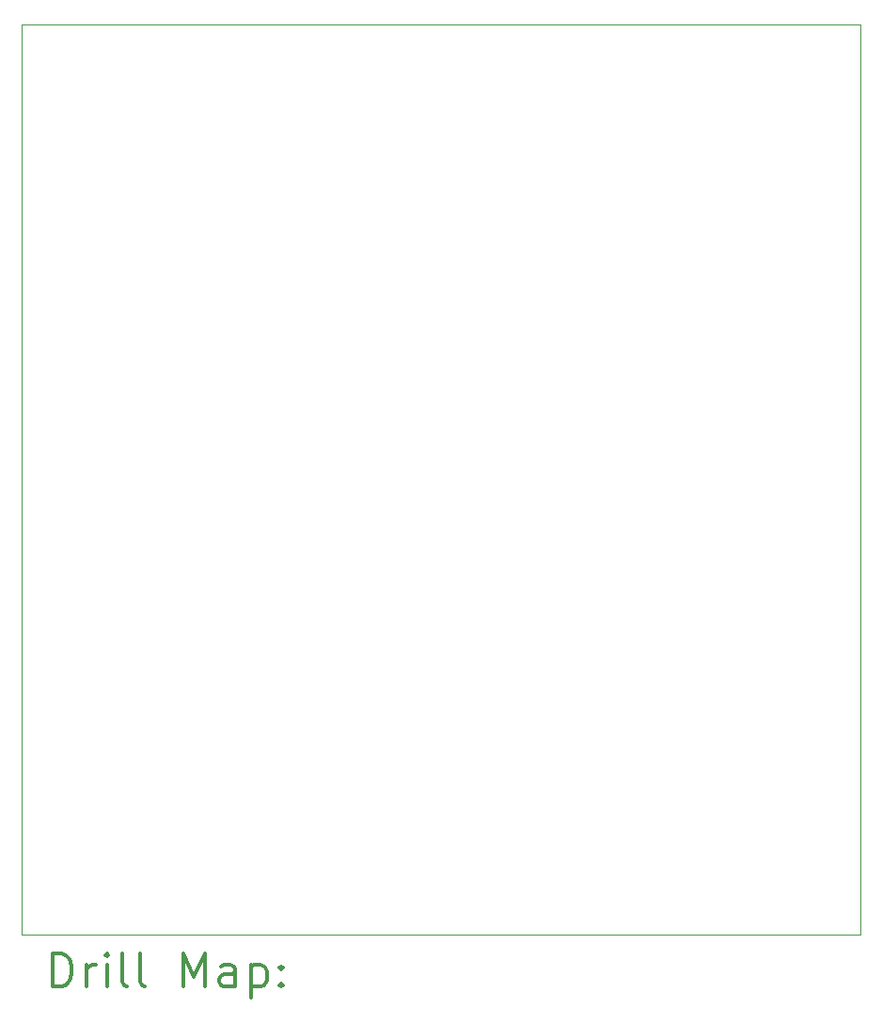
<source format=gbr>
%FSLAX45Y45*%
G04 Gerber Fmt 4.5, Leading zero omitted, Abs format (unit mm)*
G04 Created by KiCad (PCBNEW 5.99.0+really5.1.9+dfsg1-1) date 2021-04-26 12:32:46*
%MOMM*%
%LPD*%
G01*
G04 APERTURE LIST*
%TA.AperFunction,Profile*%
%ADD10C,0.050000*%
%TD*%
%ADD11C,0.200000*%
%ADD12C,0.300000*%
G04 APERTURE END LIST*
D10*
X15684500Y-12763500D02*
X8128000Y-12763500D01*
X15684500Y-4572000D02*
X15684500Y-12763500D01*
X15684500Y-4572000D02*
X8128000Y-4572000D01*
X8128000Y-4572000D02*
X8128000Y-12763500D01*
D11*
D12*
X8411928Y-13231714D02*
X8411928Y-12931714D01*
X8483357Y-12931714D01*
X8526214Y-12946000D01*
X8554786Y-12974571D01*
X8569071Y-13003143D01*
X8583357Y-13060286D01*
X8583357Y-13103143D01*
X8569071Y-13160286D01*
X8554786Y-13188857D01*
X8526214Y-13217429D01*
X8483357Y-13231714D01*
X8411928Y-13231714D01*
X8711928Y-13231714D02*
X8711928Y-13031714D01*
X8711928Y-13088857D02*
X8726214Y-13060286D01*
X8740500Y-13046000D01*
X8769071Y-13031714D01*
X8797643Y-13031714D01*
X8897643Y-13231714D02*
X8897643Y-13031714D01*
X8897643Y-12931714D02*
X8883357Y-12946000D01*
X8897643Y-12960286D01*
X8911928Y-12946000D01*
X8897643Y-12931714D01*
X8897643Y-12960286D01*
X9083357Y-13231714D02*
X9054786Y-13217429D01*
X9040500Y-13188857D01*
X9040500Y-12931714D01*
X9240500Y-13231714D02*
X9211928Y-13217429D01*
X9197643Y-13188857D01*
X9197643Y-12931714D01*
X9583357Y-13231714D02*
X9583357Y-12931714D01*
X9683357Y-13146000D01*
X9783357Y-12931714D01*
X9783357Y-13231714D01*
X10054786Y-13231714D02*
X10054786Y-13074571D01*
X10040500Y-13046000D01*
X10011928Y-13031714D01*
X9954786Y-13031714D01*
X9926214Y-13046000D01*
X10054786Y-13217429D02*
X10026214Y-13231714D01*
X9954786Y-13231714D01*
X9926214Y-13217429D01*
X9911928Y-13188857D01*
X9911928Y-13160286D01*
X9926214Y-13131714D01*
X9954786Y-13117429D01*
X10026214Y-13117429D01*
X10054786Y-13103143D01*
X10197643Y-13031714D02*
X10197643Y-13331714D01*
X10197643Y-13046000D02*
X10226214Y-13031714D01*
X10283357Y-13031714D01*
X10311928Y-13046000D01*
X10326214Y-13060286D01*
X10340500Y-13088857D01*
X10340500Y-13174571D01*
X10326214Y-13203143D01*
X10311928Y-13217429D01*
X10283357Y-13231714D01*
X10226214Y-13231714D01*
X10197643Y-13217429D01*
X10469071Y-13203143D02*
X10483357Y-13217429D01*
X10469071Y-13231714D01*
X10454786Y-13217429D01*
X10469071Y-13203143D01*
X10469071Y-13231714D01*
X10469071Y-13046000D02*
X10483357Y-13060286D01*
X10469071Y-13074571D01*
X10454786Y-13060286D01*
X10469071Y-13046000D01*
X10469071Y-13074571D01*
M02*

</source>
